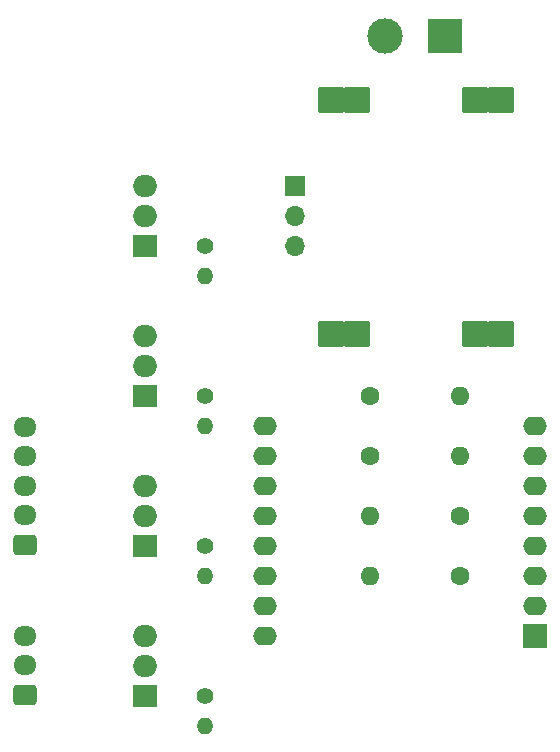
<source format=gts>
G04 #@! TF.GenerationSoftware,KiCad,Pcbnew,8.0.4*
G04 #@! TF.CreationDate,2024-09-06T18:50:31+02:00*
G04 #@! TF.ProjectId,rgb_controller,7267625f-636f-46e7-9472-6f6c6c65722e,rev?*
G04 #@! TF.SameCoordinates,Original*
G04 #@! TF.FileFunction,Soldermask,Top*
G04 #@! TF.FilePolarity,Negative*
%FSLAX46Y46*%
G04 Gerber Fmt 4.6, Leading zero omitted, Abs format (unit mm)*
G04 Created by KiCad (PCBNEW 8.0.4) date 2024-09-06 18:50:31*
%MOMM*%
%LPD*%
G01*
G04 APERTURE LIST*
G04 Aperture macros list*
%AMRoundRect*
0 Rectangle with rounded corners*
0 $1 Rounding radius*
0 $2 $3 $4 $5 $6 $7 $8 $9 X,Y pos of 4 corners*
0 Add a 4 corners polygon primitive as box body*
4,1,4,$2,$3,$4,$5,$6,$7,$8,$9,$2,$3,0*
0 Add four circle primitives for the rounded corners*
1,1,$1+$1,$2,$3*
1,1,$1+$1,$4,$5*
1,1,$1+$1,$6,$7*
1,1,$1+$1,$8,$9*
0 Add four rect primitives between the rounded corners*
20,1,$1+$1,$2,$3,$4,$5,0*
20,1,$1+$1,$4,$5,$6,$7,0*
20,1,$1+$1,$6,$7,$8,$9,0*
20,1,$1+$1,$8,$9,$2,$3,0*%
G04 Aperture macros list end*
%ADD10RoundRect,0.250000X0.725000X-0.600000X0.725000X0.600000X-0.725000X0.600000X-0.725000X-0.600000X0*%
%ADD11O,1.950000X1.700000*%
%ADD12R,2.000000X1.905000*%
%ADD13O,2.000000X1.905000*%
%ADD14C,1.400000*%
%ADD15O,1.400000X1.400000*%
%ADD16C,1.600000*%
%ADD17O,1.600000X1.600000*%
%ADD18R,2.000000X2.000000*%
%ADD19O,2.000000X1.600000*%
%ADD20R,3.000000X3.000000*%
%ADD21C,3.000000*%
%ADD22RoundRect,0.200000X0.900000X-0.900000X0.900000X0.900000X-0.900000X0.900000X-0.900000X-0.900000X0*%
%ADD23R,1.700000X1.700000*%
%ADD24O,1.700000X1.700000*%
G04 APERTURE END LIST*
D10*
X83820000Y-93900000D03*
D11*
X83820000Y-91400000D03*
X83820000Y-88900000D03*
D12*
X93980000Y-68580000D03*
D13*
X93980000Y-66040000D03*
X93980000Y-63500000D03*
D10*
X83820000Y-81200000D03*
D11*
X83820000Y-78700000D03*
X83820000Y-76200000D03*
X83820000Y-73700000D03*
X83820000Y-71200000D03*
D14*
X99060000Y-68580000D03*
D15*
X99060000Y-71120000D03*
D12*
X93980000Y-55880000D03*
D13*
X93980000Y-53340000D03*
X93980000Y-50800000D03*
D14*
X99060000Y-55880000D03*
D15*
X99060000Y-58420000D03*
D16*
X113030000Y-73660000D03*
D17*
X120650000Y-73660000D03*
D18*
X127000000Y-88900000D03*
D19*
X127000000Y-86360000D03*
X127000000Y-83820000D03*
X127000000Y-81280000D03*
X127000000Y-78740000D03*
X127000000Y-76200000D03*
X127000000Y-73660000D03*
X127000000Y-71120000D03*
X104140000Y-71120000D03*
X104140000Y-73660000D03*
X104140000Y-76200000D03*
X104140000Y-78740000D03*
X104140000Y-81280000D03*
X104140000Y-83820000D03*
X104140000Y-86360000D03*
X104140000Y-88900000D03*
D14*
X99060000Y-93980000D03*
D15*
X99060000Y-96520000D03*
D14*
X99060000Y-81280000D03*
D15*
X99060000Y-83820000D03*
D20*
X119380000Y-38100000D03*
D21*
X114300000Y-38100000D03*
D12*
X93980000Y-93980000D03*
D13*
X93980000Y-91440000D03*
X93980000Y-88900000D03*
D22*
X121940000Y-43540000D03*
X124140000Y-43540000D03*
X109740000Y-43540000D03*
X111940000Y-43540000D03*
X121940000Y-63340000D03*
X124140000Y-63340000D03*
X109740000Y-63340000D03*
X111940000Y-63340000D03*
D23*
X106680000Y-50800000D03*
D24*
X106680000Y-53340000D03*
X106680000Y-55880000D03*
D16*
X120650000Y-83820000D03*
D17*
X113030000Y-83820000D03*
D16*
X120650000Y-78740000D03*
D17*
X113030000Y-78740000D03*
D12*
X93980000Y-81280000D03*
D13*
X93980000Y-78740000D03*
X93980000Y-76200000D03*
D16*
X113030000Y-68607215D03*
D17*
X120650000Y-68607215D03*
M02*

</source>
